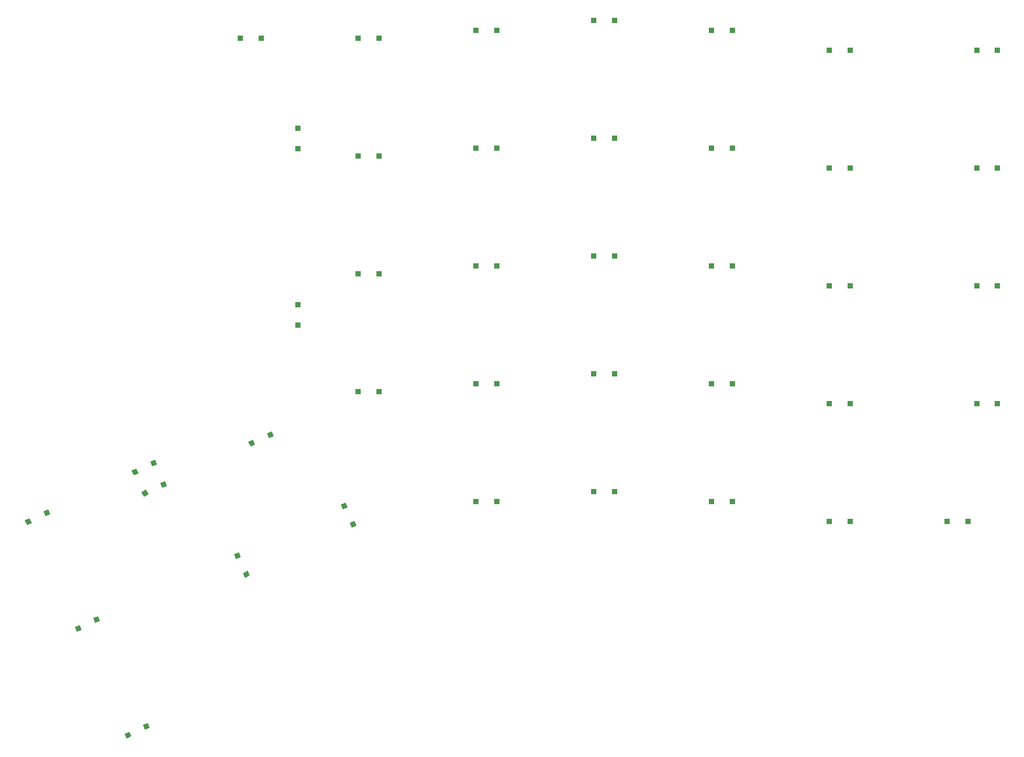
<source format=gtp>
G04 #@! TF.FileFunction,Paste,Top*
%FSLAX46Y46*%
G04 Gerber Fmt 4.6, Leading zero omitted, Abs format (unit mm)*
G04 Created by KiCad (PCBNEW 4.0.1-stable) date 6/16/2016 2:14:51 PM*
%MOMM*%
G01*
G04 APERTURE LIST*
%ADD10C,0.150000*%
%ADD11R,0.838200X0.838200*%
G04 APERTURE END LIST*
D10*
G36*
X55083862Y-146837623D02*
X54729623Y-146077956D01*
X55489290Y-145723717D01*
X55843529Y-146483384D01*
X55083862Y-146837623D01*
X55083862Y-146837623D01*
G37*
G36*
X58099510Y-145431403D02*
X57745271Y-144671736D01*
X58504938Y-144317497D01*
X58859177Y-145077164D01*
X58099510Y-145431403D01*
X58099510Y-145431403D01*
G37*
G36*
X72348242Y-138785823D02*
X71994003Y-138026156D01*
X72753670Y-137671917D01*
X73107909Y-138431584D01*
X72348242Y-138785823D01*
X72348242Y-138785823D01*
G37*
G36*
X75363890Y-137379603D02*
X75009651Y-136619936D01*
X75769318Y-136265697D01*
X76123557Y-137025364D01*
X75363890Y-137379603D01*
X75363890Y-137379603D01*
G37*
D11*
X70726300Y-72720200D03*
X74053700Y-72720200D03*
X80010000Y-90573860D03*
X80010000Y-87246460D03*
X80010000Y-119148860D03*
X80010000Y-115821460D03*
X185026300Y-150822660D03*
X188353700Y-150822660D03*
X89776300Y-91767660D03*
X93103700Y-91767660D03*
D10*
G36*
X44258013Y-168699208D02*
X43903774Y-167939541D01*
X44663441Y-167585302D01*
X45017680Y-168344969D01*
X44258013Y-168699208D01*
X44258013Y-168699208D01*
G37*
G36*
X47273661Y-167292988D02*
X46919422Y-166533321D01*
X47679089Y-166179082D01*
X48033328Y-166938749D01*
X47273661Y-167292988D01*
X47273661Y-167292988D01*
G37*
G36*
X52309813Y-185966128D02*
X51955574Y-185206461D01*
X52715241Y-184852222D01*
X53069480Y-185611889D01*
X52309813Y-185966128D01*
X52309813Y-185966128D01*
G37*
G36*
X55325461Y-184559908D02*
X54971222Y-183800241D01*
X55730889Y-183446002D01*
X56085128Y-184205669D01*
X55325461Y-184559908D01*
X55325461Y-184559908D01*
G37*
G36*
X36208753Y-151434828D02*
X35854514Y-150675161D01*
X36614181Y-150320922D01*
X36968420Y-151080589D01*
X36208753Y-151434828D01*
X36208753Y-151434828D01*
G37*
G36*
X39224401Y-150028608D02*
X38870162Y-149268941D01*
X39629829Y-148914702D01*
X39984068Y-149674369D01*
X39224401Y-150028608D01*
X39224401Y-150028608D01*
G37*
G36*
X53473133Y-143385568D02*
X53118894Y-142625901D01*
X53878561Y-142271662D01*
X54232800Y-143031329D01*
X53473133Y-143385568D01*
X53473133Y-143385568D01*
G37*
G36*
X56488781Y-141979348D02*
X56134542Y-141219681D01*
X56894209Y-140865442D01*
X57248448Y-141625109D01*
X56488781Y-141979348D01*
X56488781Y-141979348D01*
G37*
D11*
X165976300Y-74625200D03*
X169303700Y-74625200D03*
X146926300Y-71447660D03*
X150253700Y-71447660D03*
X127876300Y-69850000D03*
X131203700Y-69850000D03*
X108826300Y-71447660D03*
X112153700Y-71447660D03*
X146926300Y-147647660D03*
X150253700Y-147647660D03*
X165976300Y-93672660D03*
X169303700Y-93672660D03*
X127876300Y-88900000D03*
X131203700Y-88900000D03*
X108826300Y-90497660D03*
X112153700Y-90497660D03*
X165976300Y-112722660D03*
X169303700Y-112722660D03*
X146926300Y-109547660D03*
X150253700Y-109547660D03*
X127876300Y-107950000D03*
X131203700Y-107950000D03*
X108826300Y-109547660D03*
X112153700Y-109547660D03*
X89776300Y-110817660D03*
X93103700Y-110817660D03*
X165976300Y-131772660D03*
X169303700Y-131772660D03*
X146926300Y-128597660D03*
X150253700Y-128597660D03*
X127876300Y-127000000D03*
X131203700Y-127000000D03*
X108826300Y-128597660D03*
X112153700Y-128597660D03*
X89776300Y-129867660D03*
X93103700Y-129867660D03*
X165976300Y-150822660D03*
X169303700Y-150822660D03*
X127876300Y-146050000D03*
X131203700Y-146050000D03*
X108826300Y-147647660D03*
X112153700Y-147647660D03*
D10*
G36*
X89468988Y-151555667D02*
X88709321Y-151909906D01*
X88355082Y-151150239D01*
X89114749Y-150796000D01*
X89468988Y-151555667D01*
X89468988Y-151555667D01*
G37*
G36*
X88062768Y-148540019D02*
X87303101Y-148894258D01*
X86948862Y-148134591D01*
X87708529Y-147780352D01*
X88062768Y-148540019D01*
X88062768Y-148540019D01*
G37*
G36*
X72204608Y-159607467D02*
X71444941Y-159961706D01*
X71090702Y-159202039D01*
X71850369Y-158847800D01*
X72204608Y-159607467D01*
X72204608Y-159607467D01*
G37*
G36*
X70798388Y-156591819D02*
X70038721Y-156946058D01*
X69684482Y-156186391D01*
X70444149Y-155832152D01*
X70798388Y-156591819D01*
X70798388Y-156591819D01*
G37*
D11*
X146926300Y-90497660D03*
X150253700Y-90497660D03*
X89776300Y-72720200D03*
X93103700Y-72720200D03*
X189788800Y-74625200D03*
X193116200Y-74625200D03*
X189788800Y-93672660D03*
X193116200Y-93672660D03*
X189788800Y-112722660D03*
X193116200Y-112722660D03*
X189788800Y-131772660D03*
X193116200Y-131772660D03*
M02*

</source>
